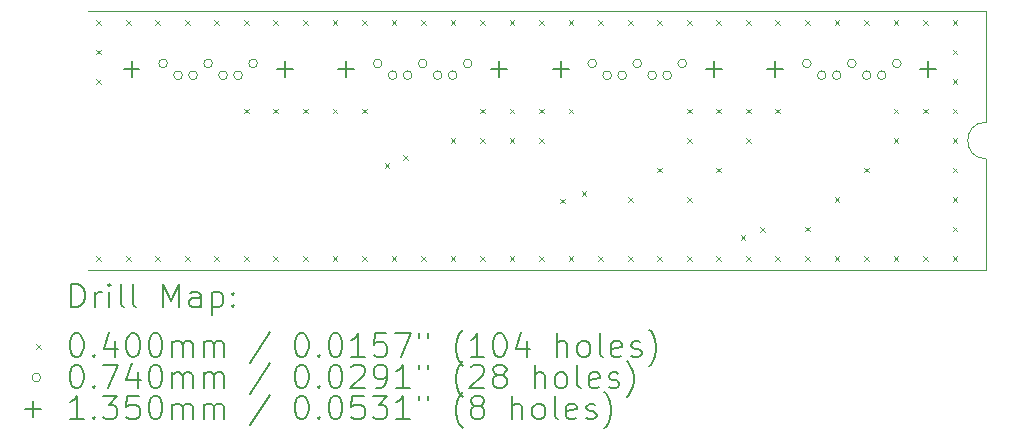
<source format=gbr>
%FSLAX45Y45*%
G04 Gerber Fmt 4.5, Leading zero omitted, Abs format (unit mm)*
G04 Created by KiCad (PCBNEW (6.0.5)) date 2022-11-11 14:25:28*
%MOMM*%
%LPD*%
G01*
G04 APERTURE LIST*
%TA.AperFunction,Profile*%
%ADD10C,0.050000*%
%TD*%
%ADD11C,0.200000*%
%ADD12C,0.040000*%
%ADD13C,0.074000*%
%ADD14C,0.135000*%
G04 APERTURE END LIST*
D10*
X10162500Y-11100000D02*
X17762500Y-11100000D01*
X17762500Y-11100000D02*
X17762500Y-10155000D01*
X17762500Y-9845000D02*
X17762500Y-8900000D01*
X17762500Y-8900000D02*
X10162500Y-8900000D01*
X17762500Y-9845000D02*
G75*
G03*
X17762500Y-10155000I0J-155000D01*
G01*
D11*
D12*
X10230000Y-8980000D02*
X10270000Y-9020000D01*
X10270000Y-8980000D02*
X10230000Y-9020000D01*
X10230000Y-9230000D02*
X10270000Y-9270000D01*
X10270000Y-9230000D02*
X10230000Y-9270000D01*
X10230000Y-9480000D02*
X10270000Y-9520000D01*
X10270000Y-9480000D02*
X10230000Y-9520000D01*
X10230000Y-10980000D02*
X10270000Y-11020000D01*
X10270000Y-10980000D02*
X10230000Y-11020000D01*
X10480000Y-8980000D02*
X10520000Y-9020000D01*
X10520000Y-8980000D02*
X10480000Y-9020000D01*
X10480000Y-10980000D02*
X10520000Y-11020000D01*
X10520000Y-10980000D02*
X10480000Y-11020000D01*
X10730000Y-8980000D02*
X10770000Y-9020000D01*
X10770000Y-8980000D02*
X10730000Y-9020000D01*
X10730000Y-10980000D02*
X10770000Y-11020000D01*
X10770000Y-10980000D02*
X10730000Y-11020000D01*
X10980000Y-8980000D02*
X11020000Y-9020000D01*
X11020000Y-8980000D02*
X10980000Y-9020000D01*
X10980000Y-10980000D02*
X11020000Y-11020000D01*
X11020000Y-10980000D02*
X10980000Y-11020000D01*
X11230000Y-8980000D02*
X11270000Y-9020000D01*
X11270000Y-8980000D02*
X11230000Y-9020000D01*
X11230000Y-10980000D02*
X11270000Y-11020000D01*
X11270000Y-10980000D02*
X11230000Y-11020000D01*
X11480000Y-8980000D02*
X11520000Y-9020000D01*
X11520000Y-8980000D02*
X11480000Y-9020000D01*
X11480000Y-9730000D02*
X11520000Y-9770000D01*
X11520000Y-9730000D02*
X11480000Y-9770000D01*
X11480000Y-10980000D02*
X11520000Y-11020000D01*
X11520000Y-10980000D02*
X11480000Y-11020000D01*
X11730000Y-8980000D02*
X11770000Y-9020000D01*
X11770000Y-8980000D02*
X11730000Y-9020000D01*
X11730000Y-9730000D02*
X11770000Y-9770000D01*
X11770000Y-9730000D02*
X11730000Y-9770000D01*
X11730000Y-10980000D02*
X11770000Y-11020000D01*
X11770000Y-10980000D02*
X11730000Y-11020000D01*
X11980000Y-8980000D02*
X12020000Y-9020000D01*
X12020000Y-8980000D02*
X11980000Y-9020000D01*
X11980000Y-9730000D02*
X12020000Y-9770000D01*
X12020000Y-9730000D02*
X11980000Y-9770000D01*
X11980000Y-10980000D02*
X12020000Y-11020000D01*
X12020000Y-10980000D02*
X11980000Y-11020000D01*
X12230000Y-8980000D02*
X12270000Y-9020000D01*
X12270000Y-8980000D02*
X12230000Y-9020000D01*
X12230000Y-9730000D02*
X12270000Y-9770000D01*
X12270000Y-9730000D02*
X12230000Y-9770000D01*
X12230000Y-10980000D02*
X12270000Y-11020000D01*
X12270000Y-10980000D02*
X12230000Y-11020000D01*
X12480000Y-8980000D02*
X12520000Y-9020000D01*
X12520000Y-8980000D02*
X12480000Y-9020000D01*
X12480000Y-9730000D02*
X12520000Y-9770000D01*
X12520000Y-9730000D02*
X12480000Y-9770000D01*
X12480000Y-10980000D02*
X12520000Y-11020000D01*
X12520000Y-10980000D02*
X12480000Y-11020000D01*
X12670609Y-10189630D02*
X12710609Y-10229630D01*
X12710609Y-10189630D02*
X12670609Y-10229630D01*
X12730000Y-8980000D02*
X12770000Y-9020000D01*
X12770000Y-8980000D02*
X12730000Y-9020000D01*
X12730000Y-10980000D02*
X12770000Y-11020000D01*
X12770000Y-10980000D02*
X12730000Y-11020000D01*
X12829797Y-10122158D02*
X12869797Y-10162158D01*
X12869797Y-10122158D02*
X12829797Y-10162158D01*
X12980000Y-8980000D02*
X13020000Y-9020000D01*
X13020000Y-8980000D02*
X12980000Y-9020000D01*
X12980000Y-10980000D02*
X13020000Y-11020000D01*
X13020000Y-10980000D02*
X12980000Y-11020000D01*
X13230000Y-8980000D02*
X13270000Y-9020000D01*
X13270000Y-8980000D02*
X13230000Y-9020000D01*
X13230000Y-9980000D02*
X13270000Y-10020000D01*
X13270000Y-9980000D02*
X13230000Y-10020000D01*
X13230000Y-10980000D02*
X13270000Y-11020000D01*
X13270000Y-10980000D02*
X13230000Y-11020000D01*
X13480000Y-8980000D02*
X13520000Y-9020000D01*
X13520000Y-8980000D02*
X13480000Y-9020000D01*
X13480000Y-9730000D02*
X13520000Y-9770000D01*
X13520000Y-9730000D02*
X13480000Y-9770000D01*
X13480000Y-9980000D02*
X13520000Y-10020000D01*
X13520000Y-9980000D02*
X13480000Y-10020000D01*
X13480000Y-10980000D02*
X13520000Y-11020000D01*
X13520000Y-10980000D02*
X13480000Y-11020000D01*
X13730000Y-8980000D02*
X13770000Y-9020000D01*
X13770000Y-8980000D02*
X13730000Y-9020000D01*
X13730000Y-9730000D02*
X13770000Y-9770000D01*
X13770000Y-9730000D02*
X13730000Y-9770000D01*
X13730000Y-9980000D02*
X13770000Y-10020000D01*
X13770000Y-9980000D02*
X13730000Y-10020000D01*
X13730000Y-10980000D02*
X13770000Y-11020000D01*
X13770000Y-10980000D02*
X13730000Y-11020000D01*
X13980000Y-8980000D02*
X14020000Y-9020000D01*
X14020000Y-8980000D02*
X13980000Y-9020000D01*
X13980000Y-9730000D02*
X14020000Y-9770000D01*
X14020000Y-9730000D02*
X13980000Y-9770000D01*
X13980000Y-9980000D02*
X14020000Y-10020000D01*
X14020000Y-9980000D02*
X13980000Y-10020000D01*
X13980000Y-10980000D02*
X14020000Y-11020000D01*
X14020000Y-10980000D02*
X13980000Y-11020000D01*
X14156552Y-10492161D02*
X14196552Y-10532161D01*
X14196552Y-10492161D02*
X14156552Y-10532161D01*
X14230000Y-8980000D02*
X14270000Y-9020000D01*
X14270000Y-8980000D02*
X14230000Y-9020000D01*
X14230000Y-9730000D02*
X14270000Y-9770000D01*
X14270000Y-9730000D02*
X14230000Y-9770000D01*
X14230000Y-10980000D02*
X14270000Y-11020000D01*
X14270000Y-10980000D02*
X14230000Y-11020000D01*
X14338192Y-10426592D02*
X14378192Y-10466592D01*
X14378192Y-10426592D02*
X14338192Y-10466592D01*
X14480000Y-8980000D02*
X14520000Y-9020000D01*
X14520000Y-8980000D02*
X14480000Y-9020000D01*
X14480000Y-10980000D02*
X14520000Y-11020000D01*
X14520000Y-10980000D02*
X14480000Y-11020000D01*
X14730000Y-8980000D02*
X14770000Y-9020000D01*
X14770000Y-8980000D02*
X14730000Y-9020000D01*
X14730000Y-10480000D02*
X14770000Y-10520000D01*
X14770000Y-10480000D02*
X14730000Y-10520000D01*
X14730000Y-10980000D02*
X14770000Y-11020000D01*
X14770000Y-10980000D02*
X14730000Y-11020000D01*
X14980000Y-8980000D02*
X15020000Y-9020000D01*
X15020000Y-8980000D02*
X14980000Y-9020000D01*
X14980000Y-10230000D02*
X15020000Y-10270000D01*
X15020000Y-10230000D02*
X14980000Y-10270000D01*
X14980000Y-10980000D02*
X15020000Y-11020000D01*
X15020000Y-10980000D02*
X14980000Y-11020000D01*
X15230000Y-8980000D02*
X15270000Y-9020000D01*
X15270000Y-8980000D02*
X15230000Y-9020000D01*
X15230000Y-9730000D02*
X15270000Y-9770000D01*
X15270000Y-9730000D02*
X15230000Y-9770000D01*
X15230000Y-9980000D02*
X15270000Y-10020000D01*
X15270000Y-9980000D02*
X15230000Y-10020000D01*
X15230000Y-10480000D02*
X15270000Y-10520000D01*
X15270000Y-10480000D02*
X15230000Y-10520000D01*
X15230000Y-10980000D02*
X15270000Y-11020000D01*
X15270000Y-10980000D02*
X15230000Y-11020000D01*
X15480000Y-8980000D02*
X15520000Y-9020000D01*
X15520000Y-8980000D02*
X15480000Y-9020000D01*
X15480000Y-9730000D02*
X15520000Y-9770000D01*
X15520000Y-9730000D02*
X15480000Y-9770000D01*
X15480000Y-10230000D02*
X15520000Y-10270000D01*
X15520000Y-10230000D02*
X15480000Y-10270000D01*
X15480000Y-10980000D02*
X15520000Y-11020000D01*
X15520000Y-10980000D02*
X15480000Y-11020000D01*
X15685302Y-10800400D02*
X15725302Y-10840400D01*
X15725302Y-10800400D02*
X15685302Y-10840400D01*
X15730000Y-8980000D02*
X15770000Y-9020000D01*
X15770000Y-8980000D02*
X15730000Y-9020000D01*
X15730000Y-9730000D02*
X15770000Y-9770000D01*
X15770000Y-9730000D02*
X15730000Y-9770000D01*
X15730000Y-9980000D02*
X15770000Y-10020000D01*
X15770000Y-9980000D02*
X15730000Y-10020000D01*
X15730000Y-10980000D02*
X15770000Y-11020000D01*
X15770000Y-10980000D02*
X15730000Y-11020000D01*
X15852633Y-10731993D02*
X15892633Y-10771993D01*
X15892633Y-10731993D02*
X15852633Y-10771993D01*
X15980000Y-8980000D02*
X16020000Y-9020000D01*
X16020000Y-8980000D02*
X15980000Y-9020000D01*
X15980000Y-9730000D02*
X16020000Y-9770000D01*
X16020000Y-9730000D02*
X15980000Y-9770000D01*
X15980000Y-10980000D02*
X16020000Y-11020000D01*
X16020000Y-10980000D02*
X15980000Y-11020000D01*
X16230000Y-8980000D02*
X16270000Y-9020000D01*
X16270000Y-8980000D02*
X16230000Y-9020000D01*
X16230000Y-10730000D02*
X16270000Y-10770000D01*
X16270000Y-10730000D02*
X16230000Y-10770000D01*
X16230000Y-10980000D02*
X16270000Y-11020000D01*
X16270000Y-10980000D02*
X16230000Y-11020000D01*
X16480000Y-8980000D02*
X16520000Y-9020000D01*
X16520000Y-8980000D02*
X16480000Y-9020000D01*
X16480000Y-10480000D02*
X16520000Y-10520000D01*
X16520000Y-10480000D02*
X16480000Y-10520000D01*
X16480000Y-10980000D02*
X16520000Y-11020000D01*
X16520000Y-10980000D02*
X16480000Y-11020000D01*
X16730000Y-8980000D02*
X16770000Y-9020000D01*
X16770000Y-8980000D02*
X16730000Y-9020000D01*
X16730000Y-10230000D02*
X16770000Y-10270000D01*
X16770000Y-10230000D02*
X16730000Y-10270000D01*
X16730000Y-10980000D02*
X16770000Y-11020000D01*
X16770000Y-10980000D02*
X16730000Y-11020000D01*
X16980000Y-8980000D02*
X17020000Y-9020000D01*
X17020000Y-8980000D02*
X16980000Y-9020000D01*
X16980000Y-9730000D02*
X17020000Y-9770000D01*
X17020000Y-9730000D02*
X16980000Y-9770000D01*
X16980000Y-9980000D02*
X17020000Y-10020000D01*
X17020000Y-9980000D02*
X16980000Y-10020000D01*
X16980000Y-10980000D02*
X17020000Y-11020000D01*
X17020000Y-10980000D02*
X16980000Y-11020000D01*
X17230000Y-8980000D02*
X17270000Y-9020000D01*
X17270000Y-8980000D02*
X17230000Y-9020000D01*
X17230000Y-9730000D02*
X17270000Y-9770000D01*
X17270000Y-9730000D02*
X17230000Y-9770000D01*
X17230000Y-10980000D02*
X17270000Y-11020000D01*
X17270000Y-10980000D02*
X17230000Y-11020000D01*
X17480000Y-8980000D02*
X17520000Y-9020000D01*
X17520000Y-8980000D02*
X17480000Y-9020000D01*
X17480000Y-9230000D02*
X17520000Y-9270000D01*
X17520000Y-9230000D02*
X17480000Y-9270000D01*
X17480000Y-9480000D02*
X17520000Y-9520000D01*
X17520000Y-9480000D02*
X17480000Y-9520000D01*
X17480000Y-9730000D02*
X17520000Y-9770000D01*
X17520000Y-9730000D02*
X17480000Y-9770000D01*
X17480000Y-9980000D02*
X17520000Y-10020000D01*
X17520000Y-9980000D02*
X17480000Y-10020000D01*
X17480000Y-10230000D02*
X17520000Y-10270000D01*
X17520000Y-10230000D02*
X17480000Y-10270000D01*
X17480000Y-10480000D02*
X17520000Y-10520000D01*
X17520000Y-10480000D02*
X17480000Y-10520000D01*
X17480000Y-10730000D02*
X17520000Y-10770000D01*
X17520000Y-10730000D02*
X17480000Y-10770000D01*
X17480000Y-10980000D02*
X17520000Y-11020000D01*
X17520000Y-10980000D02*
X17480000Y-11020000D01*
D13*
X10832000Y-9348000D02*
G75*
G03*
X10832000Y-9348000I-37000J0D01*
G01*
X10959000Y-9448000D02*
G75*
G03*
X10959000Y-9448000I-37000J0D01*
G01*
X11086000Y-9448000D02*
G75*
G03*
X11086000Y-9448000I-37000J0D01*
G01*
X11213000Y-9348000D02*
G75*
G03*
X11213000Y-9348000I-37000J0D01*
G01*
X11340000Y-9448000D02*
G75*
G03*
X11340000Y-9448000I-37000J0D01*
G01*
X11467000Y-9448000D02*
G75*
G03*
X11467000Y-9448000I-37000J0D01*
G01*
X11594000Y-9348000D02*
G75*
G03*
X11594000Y-9348000I-37000J0D01*
G01*
X12648575Y-9348000D02*
G75*
G03*
X12648575Y-9348000I-37000J0D01*
G01*
X12775575Y-9448000D02*
G75*
G03*
X12775575Y-9448000I-37000J0D01*
G01*
X12902575Y-9448000D02*
G75*
G03*
X12902575Y-9448000I-37000J0D01*
G01*
X13029575Y-9348000D02*
G75*
G03*
X13029575Y-9348000I-37000J0D01*
G01*
X13156575Y-9448000D02*
G75*
G03*
X13156575Y-9448000I-37000J0D01*
G01*
X13283575Y-9448000D02*
G75*
G03*
X13283575Y-9448000I-37000J0D01*
G01*
X13410575Y-9348000D02*
G75*
G03*
X13410575Y-9348000I-37000J0D01*
G01*
X14465149Y-9348000D02*
G75*
G03*
X14465149Y-9348000I-37000J0D01*
G01*
X14592149Y-9448000D02*
G75*
G03*
X14592149Y-9448000I-37000J0D01*
G01*
X14719149Y-9448000D02*
G75*
G03*
X14719149Y-9448000I-37000J0D01*
G01*
X14846149Y-9348000D02*
G75*
G03*
X14846149Y-9348000I-37000J0D01*
G01*
X14973149Y-9448000D02*
G75*
G03*
X14973149Y-9448000I-37000J0D01*
G01*
X15100149Y-9448000D02*
G75*
G03*
X15100149Y-9448000I-37000J0D01*
G01*
X15227149Y-9348000D02*
G75*
G03*
X15227149Y-9348000I-37000J0D01*
G01*
X16281724Y-9347349D02*
G75*
G03*
X16281724Y-9347349I-37000J0D01*
G01*
X16408724Y-9447349D02*
G75*
G03*
X16408724Y-9447349I-37000J0D01*
G01*
X16535724Y-9447349D02*
G75*
G03*
X16535724Y-9447349I-37000J0D01*
G01*
X16662724Y-9347349D02*
G75*
G03*
X16662724Y-9347349I-37000J0D01*
G01*
X16789724Y-9447349D02*
G75*
G03*
X16789724Y-9447349I-37000J0D01*
G01*
X16916724Y-9447349D02*
G75*
G03*
X16916724Y-9447349I-37000J0D01*
G01*
X17043724Y-9347349D02*
G75*
G03*
X17043724Y-9347349I-37000J0D01*
G01*
D14*
X10528000Y-9330500D02*
X10528000Y-9465500D01*
X10460500Y-9398000D02*
X10595500Y-9398000D01*
X11824000Y-9330500D02*
X11824000Y-9465500D01*
X11756500Y-9398000D02*
X11891500Y-9398000D01*
X12344575Y-9330500D02*
X12344575Y-9465500D01*
X12277075Y-9398000D02*
X12412075Y-9398000D01*
X13640575Y-9330500D02*
X13640575Y-9465500D01*
X13573075Y-9398000D02*
X13708075Y-9398000D01*
X14161149Y-9330500D02*
X14161149Y-9465500D01*
X14093649Y-9398000D02*
X14228649Y-9398000D01*
X15457149Y-9330500D02*
X15457149Y-9465500D01*
X15389649Y-9398000D02*
X15524649Y-9398000D01*
X15977724Y-9329849D02*
X15977724Y-9464849D01*
X15910224Y-9397349D02*
X16045224Y-9397349D01*
X17273724Y-9329849D02*
X17273724Y-9464849D01*
X17206224Y-9397349D02*
X17341224Y-9397349D01*
D11*
X10017619Y-11412976D02*
X10017619Y-11212976D01*
X10065238Y-11212976D01*
X10093810Y-11222500D01*
X10112857Y-11241548D01*
X10122381Y-11260595D01*
X10131905Y-11298690D01*
X10131905Y-11327262D01*
X10122381Y-11365357D01*
X10112857Y-11384405D01*
X10093810Y-11403452D01*
X10065238Y-11412976D01*
X10017619Y-11412976D01*
X10217619Y-11412976D02*
X10217619Y-11279643D01*
X10217619Y-11317738D02*
X10227143Y-11298690D01*
X10236667Y-11289167D01*
X10255714Y-11279643D01*
X10274762Y-11279643D01*
X10341429Y-11412976D02*
X10341429Y-11279643D01*
X10341429Y-11212976D02*
X10331905Y-11222500D01*
X10341429Y-11232024D01*
X10350952Y-11222500D01*
X10341429Y-11212976D01*
X10341429Y-11232024D01*
X10465238Y-11412976D02*
X10446190Y-11403452D01*
X10436667Y-11384405D01*
X10436667Y-11212976D01*
X10570000Y-11412976D02*
X10550952Y-11403452D01*
X10541429Y-11384405D01*
X10541429Y-11212976D01*
X10798571Y-11412976D02*
X10798571Y-11212976D01*
X10865238Y-11355833D01*
X10931905Y-11212976D01*
X10931905Y-11412976D01*
X11112857Y-11412976D02*
X11112857Y-11308214D01*
X11103333Y-11289167D01*
X11084286Y-11279643D01*
X11046190Y-11279643D01*
X11027143Y-11289167D01*
X11112857Y-11403452D02*
X11093810Y-11412976D01*
X11046190Y-11412976D01*
X11027143Y-11403452D01*
X11017619Y-11384405D01*
X11017619Y-11365357D01*
X11027143Y-11346309D01*
X11046190Y-11336786D01*
X11093810Y-11336786D01*
X11112857Y-11327262D01*
X11208095Y-11279643D02*
X11208095Y-11479643D01*
X11208095Y-11289167D02*
X11227143Y-11279643D01*
X11265238Y-11279643D01*
X11284286Y-11289167D01*
X11293809Y-11298690D01*
X11303333Y-11317738D01*
X11303333Y-11374881D01*
X11293809Y-11393928D01*
X11284286Y-11403452D01*
X11265238Y-11412976D01*
X11227143Y-11412976D01*
X11208095Y-11403452D01*
X11389048Y-11393928D02*
X11398571Y-11403452D01*
X11389048Y-11412976D01*
X11379524Y-11403452D01*
X11389048Y-11393928D01*
X11389048Y-11412976D01*
X11389048Y-11289167D02*
X11398571Y-11298690D01*
X11389048Y-11308214D01*
X11379524Y-11298690D01*
X11389048Y-11289167D01*
X11389048Y-11308214D01*
D12*
X9720000Y-11722500D02*
X9760000Y-11762500D01*
X9760000Y-11722500D02*
X9720000Y-11762500D01*
D11*
X10055714Y-11632976D02*
X10074762Y-11632976D01*
X10093810Y-11642500D01*
X10103333Y-11652024D01*
X10112857Y-11671071D01*
X10122381Y-11709167D01*
X10122381Y-11756786D01*
X10112857Y-11794881D01*
X10103333Y-11813928D01*
X10093810Y-11823452D01*
X10074762Y-11832976D01*
X10055714Y-11832976D01*
X10036667Y-11823452D01*
X10027143Y-11813928D01*
X10017619Y-11794881D01*
X10008095Y-11756786D01*
X10008095Y-11709167D01*
X10017619Y-11671071D01*
X10027143Y-11652024D01*
X10036667Y-11642500D01*
X10055714Y-11632976D01*
X10208095Y-11813928D02*
X10217619Y-11823452D01*
X10208095Y-11832976D01*
X10198571Y-11823452D01*
X10208095Y-11813928D01*
X10208095Y-11832976D01*
X10389048Y-11699643D02*
X10389048Y-11832976D01*
X10341429Y-11623452D02*
X10293810Y-11766309D01*
X10417619Y-11766309D01*
X10531905Y-11632976D02*
X10550952Y-11632976D01*
X10570000Y-11642500D01*
X10579524Y-11652024D01*
X10589048Y-11671071D01*
X10598571Y-11709167D01*
X10598571Y-11756786D01*
X10589048Y-11794881D01*
X10579524Y-11813928D01*
X10570000Y-11823452D01*
X10550952Y-11832976D01*
X10531905Y-11832976D01*
X10512857Y-11823452D01*
X10503333Y-11813928D01*
X10493810Y-11794881D01*
X10484286Y-11756786D01*
X10484286Y-11709167D01*
X10493810Y-11671071D01*
X10503333Y-11652024D01*
X10512857Y-11642500D01*
X10531905Y-11632976D01*
X10722381Y-11632976D02*
X10741429Y-11632976D01*
X10760476Y-11642500D01*
X10770000Y-11652024D01*
X10779524Y-11671071D01*
X10789048Y-11709167D01*
X10789048Y-11756786D01*
X10779524Y-11794881D01*
X10770000Y-11813928D01*
X10760476Y-11823452D01*
X10741429Y-11832976D01*
X10722381Y-11832976D01*
X10703333Y-11823452D01*
X10693810Y-11813928D01*
X10684286Y-11794881D01*
X10674762Y-11756786D01*
X10674762Y-11709167D01*
X10684286Y-11671071D01*
X10693810Y-11652024D01*
X10703333Y-11642500D01*
X10722381Y-11632976D01*
X10874762Y-11832976D02*
X10874762Y-11699643D01*
X10874762Y-11718690D02*
X10884286Y-11709167D01*
X10903333Y-11699643D01*
X10931905Y-11699643D01*
X10950952Y-11709167D01*
X10960476Y-11728214D01*
X10960476Y-11832976D01*
X10960476Y-11728214D02*
X10970000Y-11709167D01*
X10989048Y-11699643D01*
X11017619Y-11699643D01*
X11036667Y-11709167D01*
X11046190Y-11728214D01*
X11046190Y-11832976D01*
X11141429Y-11832976D02*
X11141429Y-11699643D01*
X11141429Y-11718690D02*
X11150952Y-11709167D01*
X11170000Y-11699643D01*
X11198571Y-11699643D01*
X11217619Y-11709167D01*
X11227143Y-11728214D01*
X11227143Y-11832976D01*
X11227143Y-11728214D02*
X11236667Y-11709167D01*
X11255714Y-11699643D01*
X11284286Y-11699643D01*
X11303333Y-11709167D01*
X11312857Y-11728214D01*
X11312857Y-11832976D01*
X11703333Y-11623452D02*
X11531905Y-11880595D01*
X11960476Y-11632976D02*
X11979524Y-11632976D01*
X11998571Y-11642500D01*
X12008095Y-11652024D01*
X12017619Y-11671071D01*
X12027143Y-11709167D01*
X12027143Y-11756786D01*
X12017619Y-11794881D01*
X12008095Y-11813928D01*
X11998571Y-11823452D01*
X11979524Y-11832976D01*
X11960476Y-11832976D01*
X11941428Y-11823452D01*
X11931905Y-11813928D01*
X11922381Y-11794881D01*
X11912857Y-11756786D01*
X11912857Y-11709167D01*
X11922381Y-11671071D01*
X11931905Y-11652024D01*
X11941428Y-11642500D01*
X11960476Y-11632976D01*
X12112857Y-11813928D02*
X12122381Y-11823452D01*
X12112857Y-11832976D01*
X12103333Y-11823452D01*
X12112857Y-11813928D01*
X12112857Y-11832976D01*
X12246190Y-11632976D02*
X12265238Y-11632976D01*
X12284286Y-11642500D01*
X12293809Y-11652024D01*
X12303333Y-11671071D01*
X12312857Y-11709167D01*
X12312857Y-11756786D01*
X12303333Y-11794881D01*
X12293809Y-11813928D01*
X12284286Y-11823452D01*
X12265238Y-11832976D01*
X12246190Y-11832976D01*
X12227143Y-11823452D01*
X12217619Y-11813928D01*
X12208095Y-11794881D01*
X12198571Y-11756786D01*
X12198571Y-11709167D01*
X12208095Y-11671071D01*
X12217619Y-11652024D01*
X12227143Y-11642500D01*
X12246190Y-11632976D01*
X12503333Y-11832976D02*
X12389048Y-11832976D01*
X12446190Y-11832976D02*
X12446190Y-11632976D01*
X12427143Y-11661548D01*
X12408095Y-11680595D01*
X12389048Y-11690119D01*
X12684286Y-11632976D02*
X12589048Y-11632976D01*
X12579524Y-11728214D01*
X12589048Y-11718690D01*
X12608095Y-11709167D01*
X12655714Y-11709167D01*
X12674762Y-11718690D01*
X12684286Y-11728214D01*
X12693809Y-11747262D01*
X12693809Y-11794881D01*
X12684286Y-11813928D01*
X12674762Y-11823452D01*
X12655714Y-11832976D01*
X12608095Y-11832976D01*
X12589048Y-11823452D01*
X12579524Y-11813928D01*
X12760476Y-11632976D02*
X12893809Y-11632976D01*
X12808095Y-11832976D01*
X12960476Y-11632976D02*
X12960476Y-11671071D01*
X13036667Y-11632976D02*
X13036667Y-11671071D01*
X13331905Y-11909167D02*
X13322381Y-11899643D01*
X13303333Y-11871071D01*
X13293809Y-11852024D01*
X13284286Y-11823452D01*
X13274762Y-11775833D01*
X13274762Y-11737738D01*
X13284286Y-11690119D01*
X13293809Y-11661548D01*
X13303333Y-11642500D01*
X13322381Y-11613928D01*
X13331905Y-11604405D01*
X13512857Y-11832976D02*
X13398571Y-11832976D01*
X13455714Y-11832976D02*
X13455714Y-11632976D01*
X13436667Y-11661548D01*
X13417619Y-11680595D01*
X13398571Y-11690119D01*
X13636667Y-11632976D02*
X13655714Y-11632976D01*
X13674762Y-11642500D01*
X13684286Y-11652024D01*
X13693809Y-11671071D01*
X13703333Y-11709167D01*
X13703333Y-11756786D01*
X13693809Y-11794881D01*
X13684286Y-11813928D01*
X13674762Y-11823452D01*
X13655714Y-11832976D01*
X13636667Y-11832976D01*
X13617619Y-11823452D01*
X13608095Y-11813928D01*
X13598571Y-11794881D01*
X13589048Y-11756786D01*
X13589048Y-11709167D01*
X13598571Y-11671071D01*
X13608095Y-11652024D01*
X13617619Y-11642500D01*
X13636667Y-11632976D01*
X13874762Y-11699643D02*
X13874762Y-11832976D01*
X13827143Y-11623452D02*
X13779524Y-11766309D01*
X13903333Y-11766309D01*
X14131905Y-11832976D02*
X14131905Y-11632976D01*
X14217619Y-11832976D02*
X14217619Y-11728214D01*
X14208095Y-11709167D01*
X14189048Y-11699643D01*
X14160476Y-11699643D01*
X14141428Y-11709167D01*
X14131905Y-11718690D01*
X14341428Y-11832976D02*
X14322381Y-11823452D01*
X14312857Y-11813928D01*
X14303333Y-11794881D01*
X14303333Y-11737738D01*
X14312857Y-11718690D01*
X14322381Y-11709167D01*
X14341428Y-11699643D01*
X14370000Y-11699643D01*
X14389048Y-11709167D01*
X14398571Y-11718690D01*
X14408095Y-11737738D01*
X14408095Y-11794881D01*
X14398571Y-11813928D01*
X14389048Y-11823452D01*
X14370000Y-11832976D01*
X14341428Y-11832976D01*
X14522381Y-11832976D02*
X14503333Y-11823452D01*
X14493809Y-11804405D01*
X14493809Y-11632976D01*
X14674762Y-11823452D02*
X14655714Y-11832976D01*
X14617619Y-11832976D01*
X14598571Y-11823452D01*
X14589048Y-11804405D01*
X14589048Y-11728214D01*
X14598571Y-11709167D01*
X14617619Y-11699643D01*
X14655714Y-11699643D01*
X14674762Y-11709167D01*
X14684286Y-11728214D01*
X14684286Y-11747262D01*
X14589048Y-11766309D01*
X14760476Y-11823452D02*
X14779524Y-11832976D01*
X14817619Y-11832976D01*
X14836667Y-11823452D01*
X14846190Y-11804405D01*
X14846190Y-11794881D01*
X14836667Y-11775833D01*
X14817619Y-11766309D01*
X14789048Y-11766309D01*
X14770000Y-11756786D01*
X14760476Y-11737738D01*
X14760476Y-11728214D01*
X14770000Y-11709167D01*
X14789048Y-11699643D01*
X14817619Y-11699643D01*
X14836667Y-11709167D01*
X14912857Y-11909167D02*
X14922381Y-11899643D01*
X14941428Y-11871071D01*
X14950952Y-11852024D01*
X14960476Y-11823452D01*
X14970000Y-11775833D01*
X14970000Y-11737738D01*
X14960476Y-11690119D01*
X14950952Y-11661548D01*
X14941428Y-11642500D01*
X14922381Y-11613928D01*
X14912857Y-11604405D01*
D13*
X9760000Y-12006500D02*
G75*
G03*
X9760000Y-12006500I-37000J0D01*
G01*
D11*
X10055714Y-11896976D02*
X10074762Y-11896976D01*
X10093810Y-11906500D01*
X10103333Y-11916024D01*
X10112857Y-11935071D01*
X10122381Y-11973167D01*
X10122381Y-12020786D01*
X10112857Y-12058881D01*
X10103333Y-12077928D01*
X10093810Y-12087452D01*
X10074762Y-12096976D01*
X10055714Y-12096976D01*
X10036667Y-12087452D01*
X10027143Y-12077928D01*
X10017619Y-12058881D01*
X10008095Y-12020786D01*
X10008095Y-11973167D01*
X10017619Y-11935071D01*
X10027143Y-11916024D01*
X10036667Y-11906500D01*
X10055714Y-11896976D01*
X10208095Y-12077928D02*
X10217619Y-12087452D01*
X10208095Y-12096976D01*
X10198571Y-12087452D01*
X10208095Y-12077928D01*
X10208095Y-12096976D01*
X10284286Y-11896976D02*
X10417619Y-11896976D01*
X10331905Y-12096976D01*
X10579524Y-11963643D02*
X10579524Y-12096976D01*
X10531905Y-11887452D02*
X10484286Y-12030309D01*
X10608095Y-12030309D01*
X10722381Y-11896976D02*
X10741429Y-11896976D01*
X10760476Y-11906500D01*
X10770000Y-11916024D01*
X10779524Y-11935071D01*
X10789048Y-11973167D01*
X10789048Y-12020786D01*
X10779524Y-12058881D01*
X10770000Y-12077928D01*
X10760476Y-12087452D01*
X10741429Y-12096976D01*
X10722381Y-12096976D01*
X10703333Y-12087452D01*
X10693810Y-12077928D01*
X10684286Y-12058881D01*
X10674762Y-12020786D01*
X10674762Y-11973167D01*
X10684286Y-11935071D01*
X10693810Y-11916024D01*
X10703333Y-11906500D01*
X10722381Y-11896976D01*
X10874762Y-12096976D02*
X10874762Y-11963643D01*
X10874762Y-11982690D02*
X10884286Y-11973167D01*
X10903333Y-11963643D01*
X10931905Y-11963643D01*
X10950952Y-11973167D01*
X10960476Y-11992214D01*
X10960476Y-12096976D01*
X10960476Y-11992214D02*
X10970000Y-11973167D01*
X10989048Y-11963643D01*
X11017619Y-11963643D01*
X11036667Y-11973167D01*
X11046190Y-11992214D01*
X11046190Y-12096976D01*
X11141429Y-12096976D02*
X11141429Y-11963643D01*
X11141429Y-11982690D02*
X11150952Y-11973167D01*
X11170000Y-11963643D01*
X11198571Y-11963643D01*
X11217619Y-11973167D01*
X11227143Y-11992214D01*
X11227143Y-12096976D01*
X11227143Y-11992214D02*
X11236667Y-11973167D01*
X11255714Y-11963643D01*
X11284286Y-11963643D01*
X11303333Y-11973167D01*
X11312857Y-11992214D01*
X11312857Y-12096976D01*
X11703333Y-11887452D02*
X11531905Y-12144595D01*
X11960476Y-11896976D02*
X11979524Y-11896976D01*
X11998571Y-11906500D01*
X12008095Y-11916024D01*
X12017619Y-11935071D01*
X12027143Y-11973167D01*
X12027143Y-12020786D01*
X12017619Y-12058881D01*
X12008095Y-12077928D01*
X11998571Y-12087452D01*
X11979524Y-12096976D01*
X11960476Y-12096976D01*
X11941428Y-12087452D01*
X11931905Y-12077928D01*
X11922381Y-12058881D01*
X11912857Y-12020786D01*
X11912857Y-11973167D01*
X11922381Y-11935071D01*
X11931905Y-11916024D01*
X11941428Y-11906500D01*
X11960476Y-11896976D01*
X12112857Y-12077928D02*
X12122381Y-12087452D01*
X12112857Y-12096976D01*
X12103333Y-12087452D01*
X12112857Y-12077928D01*
X12112857Y-12096976D01*
X12246190Y-11896976D02*
X12265238Y-11896976D01*
X12284286Y-11906500D01*
X12293809Y-11916024D01*
X12303333Y-11935071D01*
X12312857Y-11973167D01*
X12312857Y-12020786D01*
X12303333Y-12058881D01*
X12293809Y-12077928D01*
X12284286Y-12087452D01*
X12265238Y-12096976D01*
X12246190Y-12096976D01*
X12227143Y-12087452D01*
X12217619Y-12077928D01*
X12208095Y-12058881D01*
X12198571Y-12020786D01*
X12198571Y-11973167D01*
X12208095Y-11935071D01*
X12217619Y-11916024D01*
X12227143Y-11906500D01*
X12246190Y-11896976D01*
X12389048Y-11916024D02*
X12398571Y-11906500D01*
X12417619Y-11896976D01*
X12465238Y-11896976D01*
X12484286Y-11906500D01*
X12493809Y-11916024D01*
X12503333Y-11935071D01*
X12503333Y-11954119D01*
X12493809Y-11982690D01*
X12379524Y-12096976D01*
X12503333Y-12096976D01*
X12598571Y-12096976D02*
X12636667Y-12096976D01*
X12655714Y-12087452D01*
X12665238Y-12077928D01*
X12684286Y-12049357D01*
X12693809Y-12011262D01*
X12693809Y-11935071D01*
X12684286Y-11916024D01*
X12674762Y-11906500D01*
X12655714Y-11896976D01*
X12617619Y-11896976D01*
X12598571Y-11906500D01*
X12589048Y-11916024D01*
X12579524Y-11935071D01*
X12579524Y-11982690D01*
X12589048Y-12001738D01*
X12598571Y-12011262D01*
X12617619Y-12020786D01*
X12655714Y-12020786D01*
X12674762Y-12011262D01*
X12684286Y-12001738D01*
X12693809Y-11982690D01*
X12884286Y-12096976D02*
X12770000Y-12096976D01*
X12827143Y-12096976D02*
X12827143Y-11896976D01*
X12808095Y-11925548D01*
X12789048Y-11944595D01*
X12770000Y-11954119D01*
X12960476Y-11896976D02*
X12960476Y-11935071D01*
X13036667Y-11896976D02*
X13036667Y-11935071D01*
X13331905Y-12173167D02*
X13322381Y-12163643D01*
X13303333Y-12135071D01*
X13293809Y-12116024D01*
X13284286Y-12087452D01*
X13274762Y-12039833D01*
X13274762Y-12001738D01*
X13284286Y-11954119D01*
X13293809Y-11925548D01*
X13303333Y-11906500D01*
X13322381Y-11877928D01*
X13331905Y-11868405D01*
X13398571Y-11916024D02*
X13408095Y-11906500D01*
X13427143Y-11896976D01*
X13474762Y-11896976D01*
X13493809Y-11906500D01*
X13503333Y-11916024D01*
X13512857Y-11935071D01*
X13512857Y-11954119D01*
X13503333Y-11982690D01*
X13389048Y-12096976D01*
X13512857Y-12096976D01*
X13627143Y-11982690D02*
X13608095Y-11973167D01*
X13598571Y-11963643D01*
X13589048Y-11944595D01*
X13589048Y-11935071D01*
X13598571Y-11916024D01*
X13608095Y-11906500D01*
X13627143Y-11896976D01*
X13665238Y-11896976D01*
X13684286Y-11906500D01*
X13693809Y-11916024D01*
X13703333Y-11935071D01*
X13703333Y-11944595D01*
X13693809Y-11963643D01*
X13684286Y-11973167D01*
X13665238Y-11982690D01*
X13627143Y-11982690D01*
X13608095Y-11992214D01*
X13598571Y-12001738D01*
X13589048Y-12020786D01*
X13589048Y-12058881D01*
X13598571Y-12077928D01*
X13608095Y-12087452D01*
X13627143Y-12096976D01*
X13665238Y-12096976D01*
X13684286Y-12087452D01*
X13693809Y-12077928D01*
X13703333Y-12058881D01*
X13703333Y-12020786D01*
X13693809Y-12001738D01*
X13684286Y-11992214D01*
X13665238Y-11982690D01*
X13941428Y-12096976D02*
X13941428Y-11896976D01*
X14027143Y-12096976D02*
X14027143Y-11992214D01*
X14017619Y-11973167D01*
X13998571Y-11963643D01*
X13970000Y-11963643D01*
X13950952Y-11973167D01*
X13941428Y-11982690D01*
X14150952Y-12096976D02*
X14131905Y-12087452D01*
X14122381Y-12077928D01*
X14112857Y-12058881D01*
X14112857Y-12001738D01*
X14122381Y-11982690D01*
X14131905Y-11973167D01*
X14150952Y-11963643D01*
X14179524Y-11963643D01*
X14198571Y-11973167D01*
X14208095Y-11982690D01*
X14217619Y-12001738D01*
X14217619Y-12058881D01*
X14208095Y-12077928D01*
X14198571Y-12087452D01*
X14179524Y-12096976D01*
X14150952Y-12096976D01*
X14331905Y-12096976D02*
X14312857Y-12087452D01*
X14303333Y-12068405D01*
X14303333Y-11896976D01*
X14484286Y-12087452D02*
X14465238Y-12096976D01*
X14427143Y-12096976D01*
X14408095Y-12087452D01*
X14398571Y-12068405D01*
X14398571Y-11992214D01*
X14408095Y-11973167D01*
X14427143Y-11963643D01*
X14465238Y-11963643D01*
X14484286Y-11973167D01*
X14493809Y-11992214D01*
X14493809Y-12011262D01*
X14398571Y-12030309D01*
X14570000Y-12087452D02*
X14589048Y-12096976D01*
X14627143Y-12096976D01*
X14646190Y-12087452D01*
X14655714Y-12068405D01*
X14655714Y-12058881D01*
X14646190Y-12039833D01*
X14627143Y-12030309D01*
X14598571Y-12030309D01*
X14579524Y-12020786D01*
X14570000Y-12001738D01*
X14570000Y-11992214D01*
X14579524Y-11973167D01*
X14598571Y-11963643D01*
X14627143Y-11963643D01*
X14646190Y-11973167D01*
X14722381Y-12173167D02*
X14731905Y-12163643D01*
X14750952Y-12135071D01*
X14760476Y-12116024D01*
X14770000Y-12087452D01*
X14779524Y-12039833D01*
X14779524Y-12001738D01*
X14770000Y-11954119D01*
X14760476Y-11925548D01*
X14750952Y-11906500D01*
X14731905Y-11877928D01*
X14722381Y-11868405D01*
D14*
X9692500Y-12203000D02*
X9692500Y-12338000D01*
X9625000Y-12270500D02*
X9760000Y-12270500D01*
D11*
X10122381Y-12360976D02*
X10008095Y-12360976D01*
X10065238Y-12360976D02*
X10065238Y-12160976D01*
X10046190Y-12189548D01*
X10027143Y-12208595D01*
X10008095Y-12218119D01*
X10208095Y-12341928D02*
X10217619Y-12351452D01*
X10208095Y-12360976D01*
X10198571Y-12351452D01*
X10208095Y-12341928D01*
X10208095Y-12360976D01*
X10284286Y-12160976D02*
X10408095Y-12160976D01*
X10341429Y-12237167D01*
X10370000Y-12237167D01*
X10389048Y-12246690D01*
X10398571Y-12256214D01*
X10408095Y-12275262D01*
X10408095Y-12322881D01*
X10398571Y-12341928D01*
X10389048Y-12351452D01*
X10370000Y-12360976D01*
X10312857Y-12360976D01*
X10293810Y-12351452D01*
X10284286Y-12341928D01*
X10589048Y-12160976D02*
X10493810Y-12160976D01*
X10484286Y-12256214D01*
X10493810Y-12246690D01*
X10512857Y-12237167D01*
X10560476Y-12237167D01*
X10579524Y-12246690D01*
X10589048Y-12256214D01*
X10598571Y-12275262D01*
X10598571Y-12322881D01*
X10589048Y-12341928D01*
X10579524Y-12351452D01*
X10560476Y-12360976D01*
X10512857Y-12360976D01*
X10493810Y-12351452D01*
X10484286Y-12341928D01*
X10722381Y-12160976D02*
X10741429Y-12160976D01*
X10760476Y-12170500D01*
X10770000Y-12180024D01*
X10779524Y-12199071D01*
X10789048Y-12237167D01*
X10789048Y-12284786D01*
X10779524Y-12322881D01*
X10770000Y-12341928D01*
X10760476Y-12351452D01*
X10741429Y-12360976D01*
X10722381Y-12360976D01*
X10703333Y-12351452D01*
X10693810Y-12341928D01*
X10684286Y-12322881D01*
X10674762Y-12284786D01*
X10674762Y-12237167D01*
X10684286Y-12199071D01*
X10693810Y-12180024D01*
X10703333Y-12170500D01*
X10722381Y-12160976D01*
X10874762Y-12360976D02*
X10874762Y-12227643D01*
X10874762Y-12246690D02*
X10884286Y-12237167D01*
X10903333Y-12227643D01*
X10931905Y-12227643D01*
X10950952Y-12237167D01*
X10960476Y-12256214D01*
X10960476Y-12360976D01*
X10960476Y-12256214D02*
X10970000Y-12237167D01*
X10989048Y-12227643D01*
X11017619Y-12227643D01*
X11036667Y-12237167D01*
X11046190Y-12256214D01*
X11046190Y-12360976D01*
X11141429Y-12360976D02*
X11141429Y-12227643D01*
X11141429Y-12246690D02*
X11150952Y-12237167D01*
X11170000Y-12227643D01*
X11198571Y-12227643D01*
X11217619Y-12237167D01*
X11227143Y-12256214D01*
X11227143Y-12360976D01*
X11227143Y-12256214D02*
X11236667Y-12237167D01*
X11255714Y-12227643D01*
X11284286Y-12227643D01*
X11303333Y-12237167D01*
X11312857Y-12256214D01*
X11312857Y-12360976D01*
X11703333Y-12151452D02*
X11531905Y-12408595D01*
X11960476Y-12160976D02*
X11979524Y-12160976D01*
X11998571Y-12170500D01*
X12008095Y-12180024D01*
X12017619Y-12199071D01*
X12027143Y-12237167D01*
X12027143Y-12284786D01*
X12017619Y-12322881D01*
X12008095Y-12341928D01*
X11998571Y-12351452D01*
X11979524Y-12360976D01*
X11960476Y-12360976D01*
X11941428Y-12351452D01*
X11931905Y-12341928D01*
X11922381Y-12322881D01*
X11912857Y-12284786D01*
X11912857Y-12237167D01*
X11922381Y-12199071D01*
X11931905Y-12180024D01*
X11941428Y-12170500D01*
X11960476Y-12160976D01*
X12112857Y-12341928D02*
X12122381Y-12351452D01*
X12112857Y-12360976D01*
X12103333Y-12351452D01*
X12112857Y-12341928D01*
X12112857Y-12360976D01*
X12246190Y-12160976D02*
X12265238Y-12160976D01*
X12284286Y-12170500D01*
X12293809Y-12180024D01*
X12303333Y-12199071D01*
X12312857Y-12237167D01*
X12312857Y-12284786D01*
X12303333Y-12322881D01*
X12293809Y-12341928D01*
X12284286Y-12351452D01*
X12265238Y-12360976D01*
X12246190Y-12360976D01*
X12227143Y-12351452D01*
X12217619Y-12341928D01*
X12208095Y-12322881D01*
X12198571Y-12284786D01*
X12198571Y-12237167D01*
X12208095Y-12199071D01*
X12217619Y-12180024D01*
X12227143Y-12170500D01*
X12246190Y-12160976D01*
X12493809Y-12160976D02*
X12398571Y-12160976D01*
X12389048Y-12256214D01*
X12398571Y-12246690D01*
X12417619Y-12237167D01*
X12465238Y-12237167D01*
X12484286Y-12246690D01*
X12493809Y-12256214D01*
X12503333Y-12275262D01*
X12503333Y-12322881D01*
X12493809Y-12341928D01*
X12484286Y-12351452D01*
X12465238Y-12360976D01*
X12417619Y-12360976D01*
X12398571Y-12351452D01*
X12389048Y-12341928D01*
X12570000Y-12160976D02*
X12693809Y-12160976D01*
X12627143Y-12237167D01*
X12655714Y-12237167D01*
X12674762Y-12246690D01*
X12684286Y-12256214D01*
X12693809Y-12275262D01*
X12693809Y-12322881D01*
X12684286Y-12341928D01*
X12674762Y-12351452D01*
X12655714Y-12360976D01*
X12598571Y-12360976D01*
X12579524Y-12351452D01*
X12570000Y-12341928D01*
X12884286Y-12360976D02*
X12770000Y-12360976D01*
X12827143Y-12360976D02*
X12827143Y-12160976D01*
X12808095Y-12189548D01*
X12789048Y-12208595D01*
X12770000Y-12218119D01*
X12960476Y-12160976D02*
X12960476Y-12199071D01*
X13036667Y-12160976D02*
X13036667Y-12199071D01*
X13331905Y-12437167D02*
X13322381Y-12427643D01*
X13303333Y-12399071D01*
X13293809Y-12380024D01*
X13284286Y-12351452D01*
X13274762Y-12303833D01*
X13274762Y-12265738D01*
X13284286Y-12218119D01*
X13293809Y-12189548D01*
X13303333Y-12170500D01*
X13322381Y-12141928D01*
X13331905Y-12132405D01*
X13436667Y-12246690D02*
X13417619Y-12237167D01*
X13408095Y-12227643D01*
X13398571Y-12208595D01*
X13398571Y-12199071D01*
X13408095Y-12180024D01*
X13417619Y-12170500D01*
X13436667Y-12160976D01*
X13474762Y-12160976D01*
X13493809Y-12170500D01*
X13503333Y-12180024D01*
X13512857Y-12199071D01*
X13512857Y-12208595D01*
X13503333Y-12227643D01*
X13493809Y-12237167D01*
X13474762Y-12246690D01*
X13436667Y-12246690D01*
X13417619Y-12256214D01*
X13408095Y-12265738D01*
X13398571Y-12284786D01*
X13398571Y-12322881D01*
X13408095Y-12341928D01*
X13417619Y-12351452D01*
X13436667Y-12360976D01*
X13474762Y-12360976D01*
X13493809Y-12351452D01*
X13503333Y-12341928D01*
X13512857Y-12322881D01*
X13512857Y-12284786D01*
X13503333Y-12265738D01*
X13493809Y-12256214D01*
X13474762Y-12246690D01*
X13750952Y-12360976D02*
X13750952Y-12160976D01*
X13836667Y-12360976D02*
X13836667Y-12256214D01*
X13827143Y-12237167D01*
X13808095Y-12227643D01*
X13779524Y-12227643D01*
X13760476Y-12237167D01*
X13750952Y-12246690D01*
X13960476Y-12360976D02*
X13941428Y-12351452D01*
X13931905Y-12341928D01*
X13922381Y-12322881D01*
X13922381Y-12265738D01*
X13931905Y-12246690D01*
X13941428Y-12237167D01*
X13960476Y-12227643D01*
X13989048Y-12227643D01*
X14008095Y-12237167D01*
X14017619Y-12246690D01*
X14027143Y-12265738D01*
X14027143Y-12322881D01*
X14017619Y-12341928D01*
X14008095Y-12351452D01*
X13989048Y-12360976D01*
X13960476Y-12360976D01*
X14141428Y-12360976D02*
X14122381Y-12351452D01*
X14112857Y-12332405D01*
X14112857Y-12160976D01*
X14293809Y-12351452D02*
X14274762Y-12360976D01*
X14236667Y-12360976D01*
X14217619Y-12351452D01*
X14208095Y-12332405D01*
X14208095Y-12256214D01*
X14217619Y-12237167D01*
X14236667Y-12227643D01*
X14274762Y-12227643D01*
X14293809Y-12237167D01*
X14303333Y-12256214D01*
X14303333Y-12275262D01*
X14208095Y-12294309D01*
X14379524Y-12351452D02*
X14398571Y-12360976D01*
X14436667Y-12360976D01*
X14455714Y-12351452D01*
X14465238Y-12332405D01*
X14465238Y-12322881D01*
X14455714Y-12303833D01*
X14436667Y-12294309D01*
X14408095Y-12294309D01*
X14389048Y-12284786D01*
X14379524Y-12265738D01*
X14379524Y-12256214D01*
X14389048Y-12237167D01*
X14408095Y-12227643D01*
X14436667Y-12227643D01*
X14455714Y-12237167D01*
X14531905Y-12437167D02*
X14541428Y-12427643D01*
X14560476Y-12399071D01*
X14570000Y-12380024D01*
X14579524Y-12351452D01*
X14589048Y-12303833D01*
X14589048Y-12265738D01*
X14579524Y-12218119D01*
X14570000Y-12189548D01*
X14560476Y-12170500D01*
X14541428Y-12141928D01*
X14531905Y-12132405D01*
M02*

</source>
